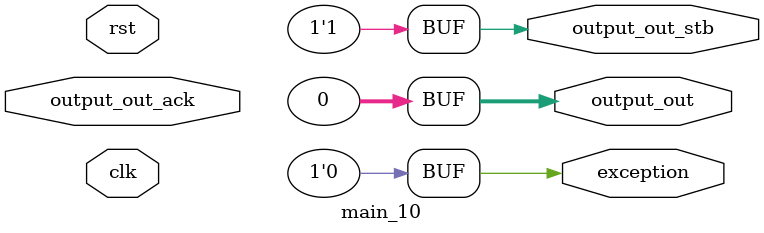
<source format=v>
module main_10 (output_out_ack,clk,rst,output_out,output_out_stb,exception);
  input output_out_ack;
  input clk;
  input rst;
  output [31:0] output_out;
  output output_out_stb;
  output exception;

  assign output_out = 0;
  assign output_out_stb = 1;
  assign exception = 0;
endmodule
</source>
